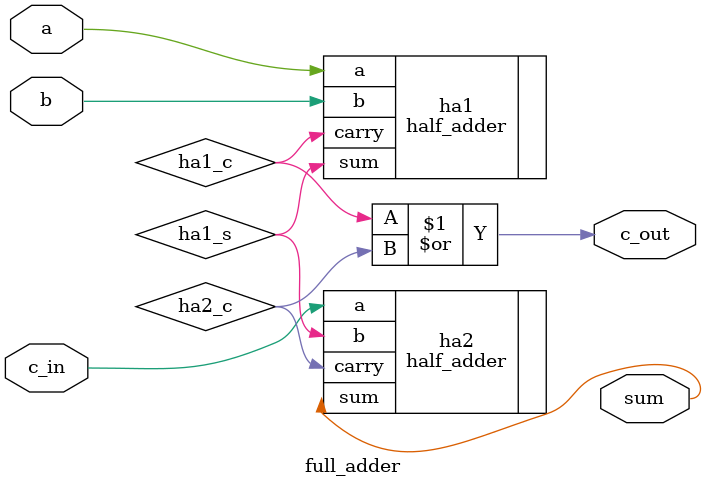
<source format=v>
module full_adder(
	input		a,
	input		b,
	input		c_in,
	output	sum,
	output	c_out
);
	
	wire ha1_c, ha1_s, ha2_c;
	
	half_adder ha1(
		.a			(a),
		.b			(b),
		.sum		(ha1_s),
		.carry	(ha1_c)
	);
	half_adder ha2(
		.a			(c_in),
		.b			(ha1_s),
		.sum		(sum),
		.carry	(ha2_c)
	);
	or g1(c_out, ha1_c, ha2_c); 

endmodule

</source>
